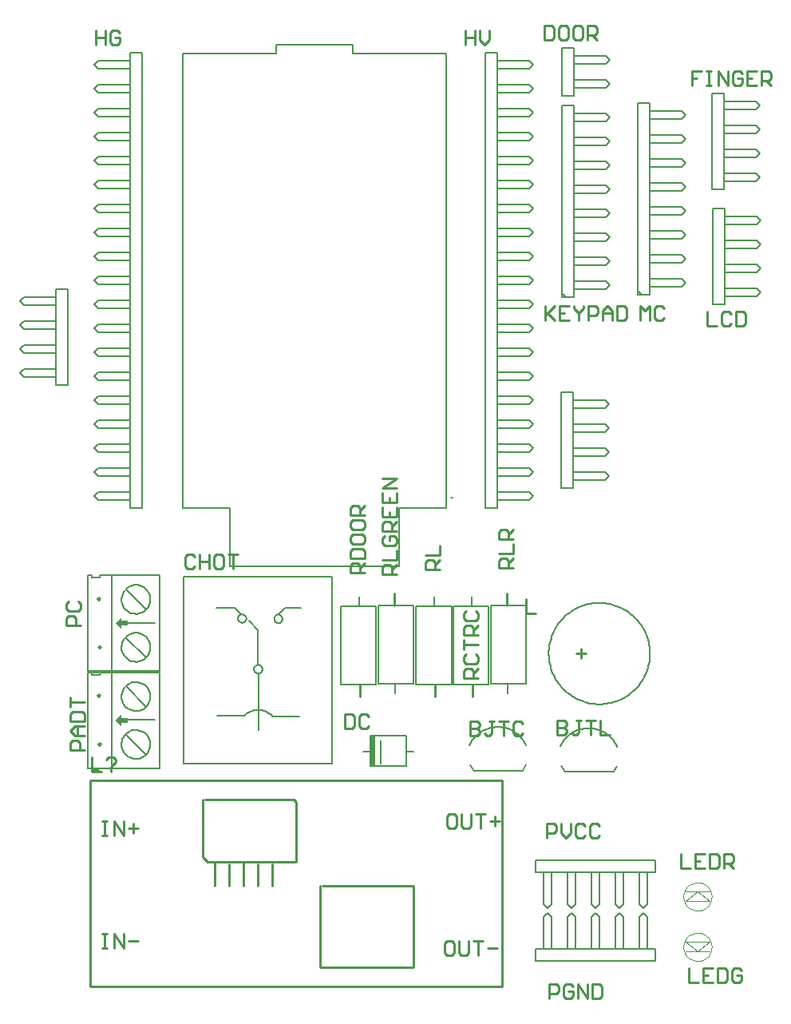
<source format=gto>
G04*
G04 #@! TF.GenerationSoftware,Altium Limited,Altium Designer,21.3.2 (30)*
G04*
G04 Layer_Color=65535*
%FSTAX24Y24*%
%MOIN*%
G70*
G04*
G04 #@! TF.SameCoordinates,F68F6C76-AA82-476B-A51A-8D37A50AFAF4*
G04*
G04*
G04 #@! TF.FilePolarity,Positive*
G04*
G01*
G75*
%ADD10C,0.0079*%
%ADD11C,0.0070*%
%ADD12C,0.0040*%
%ADD13C,0.0080*%
%ADD14C,0.0050*%
%ADD15C,0.0100*%
%ADD16R,0.0200X0.1260*%
G36*
X0025Y01205D02*
X00275Y0118D01*
Y01195D01*
X003D01*
Y01215D01*
X00275D01*
Y0123D01*
X0025Y01205D01*
D02*
G37*
G36*
Y0161D02*
X00275Y01585D01*
Y016D01*
X003D01*
Y0162D01*
X00275D01*
Y01635D01*
X0025Y0161D01*
D02*
G37*
D10*
X016576Y021353D02*
X016497D01*
X016576D01*
X02795Y0294D02*
Y0334D01*
X02745D02*
X02795D01*
X02745Y0294D02*
X02795D01*
Y029733D02*
X029283D01*
X02945Y0299D01*
X029283Y030067D02*
X02945Y0299D01*
X02795Y030067D02*
X029283D01*
X02795Y030733D02*
X029283D01*
X02945Y0309D01*
X029283Y031067D02*
X02945Y0309D01*
X02795Y031067D02*
X029283D01*
X02795Y031733D02*
X029283D01*
X02945Y0319D01*
X029283Y032067D02*
X02945Y0319D01*
X02795Y032067D02*
X029283D01*
X02795Y032733D02*
X029283D01*
X02945Y0329D01*
X029283Y033067D02*
X02945Y0329D01*
X02795Y033067D02*
X029283D01*
X02745Y0294D02*
Y0334D01*
X0036Y0209D02*
Y03915D01*
Y0399D01*
X001767Y021233D02*
X0031D01*
X0016Y0214D02*
X001767Y021233D01*
X0016Y0214D02*
X001767Y021567D01*
X0031D01*
X001767Y022233D02*
X0031D01*
X0016Y0224D02*
X001767Y022233D01*
X0016Y0224D02*
X001767Y022567D01*
X0031D01*
X001767Y023233D02*
X0031D01*
X0016Y0234D02*
X001767Y023233D01*
X0016Y0234D02*
X001767Y023567D01*
X0031D01*
X001767Y024233D02*
X0031D01*
X0016Y0244D02*
X001767Y024233D01*
X0016Y0244D02*
X001767Y024567D01*
X0031D01*
X001767Y025233D02*
X0031D01*
X0016Y0254D02*
X001767Y025233D01*
X0016Y0254D02*
X001767Y025567D01*
X0031D01*
X001767Y026233D02*
X0031D01*
X0016Y0264D02*
X001767Y026233D01*
X0016Y0264D02*
X001767Y026567D01*
X0031D01*
X001767Y027233D02*
X0031D01*
X0016Y0274D02*
X001767Y027233D01*
X0016Y0274D02*
X001767Y027567D01*
X0031D01*
X001767Y028233D02*
X0031D01*
X0016Y0284D02*
X001767Y028233D01*
X0016Y0284D02*
X001767Y028567D01*
X0031D01*
X001767Y029233D02*
X0031D01*
X0016Y0294D02*
X001767Y029233D01*
X0016Y0294D02*
X001767Y029567D01*
X0031D01*
X001767Y030233D02*
X0031D01*
X0016Y0304D02*
X001767Y030233D01*
X0016Y0304D02*
X001767Y030567D01*
X0031D01*
X001767Y031233D02*
X0031D01*
X0016Y0314D02*
X001767Y031233D01*
X0016Y0314D02*
X001767Y031567D01*
X0031D01*
X001767Y032233D02*
X0031D01*
X0016Y0324D02*
X001767Y032233D01*
X0016Y0324D02*
X001767Y032567D01*
X0031D01*
X001767Y033233D02*
X0031D01*
X0016Y0334D02*
X001767Y033233D01*
X0016Y0334D02*
X001767Y033567D01*
X0031D01*
X001767Y034233D02*
X0031D01*
X0016Y0344D02*
X001767Y034233D01*
X0016Y0344D02*
X001767Y034567D01*
X0031D01*
X001767Y035233D02*
X0031D01*
X0016Y0354D02*
X001767Y035233D01*
X0016Y0354D02*
X001767Y035567D01*
X0031D01*
X001767Y036233D02*
X0031D01*
X0016Y0364D02*
X001767Y036233D01*
X0016Y0364D02*
X001767Y036567D01*
X0031D01*
X001767Y037233D02*
X0031D01*
X0016Y0374D02*
X001767Y037233D01*
X0016Y0374D02*
X001767Y037567D01*
X0031D01*
X001767Y038233D02*
X0031D01*
X0016Y0384D02*
X001767Y038233D01*
X0016Y0384D02*
X001767Y038567D01*
X0031D01*
X001767Y039233D02*
X0031D01*
X0016Y0394D02*
X001767Y039233D01*
X0016Y0394D02*
X001767Y039567D01*
X0031D01*
Y0209D02*
X0036D01*
X0031D02*
Y0399D01*
X0036D01*
X0243Y0298D02*
Y0378D01*
Y029967D02*
X024467Y0298D01*
X0248Y037467D02*
X026133D01*
X0263Y0373D01*
X026133Y037133D02*
X0263Y0373D01*
X0248Y037133D02*
X026133D01*
X0248Y036467D02*
X026133D01*
X0263Y0363D01*
X026133Y036133D02*
X0263Y0363D01*
X0248Y036133D02*
X026133D01*
X0248Y035467D02*
X026133D01*
X0263Y0353D01*
X026133Y035133D02*
X0263Y0353D01*
X0248Y035133D02*
X026133D01*
X0248Y034467D02*
X026133D01*
X0263Y0343D01*
X026133Y034133D02*
X0263Y0343D01*
X0248Y034133D02*
X026133D01*
X0248Y033467D02*
X026133D01*
X0263Y0333D01*
X026133Y033133D02*
X0263Y0333D01*
X0248Y033133D02*
X026133D01*
X0248Y032467D02*
X026133D01*
X0263Y0323D01*
X026133Y032133D02*
X0263Y0323D01*
X0248Y032133D02*
X026133D01*
X0248Y031467D02*
X026133D01*
X0263Y0313D01*
X026133Y031133D02*
X0263Y0313D01*
X0248Y031133D02*
X026133D01*
X0248Y030467D02*
X026133D01*
X0263Y0303D01*
X026133Y030133D02*
X0263Y0303D01*
X0248Y030133D02*
X026133D01*
X0243Y0378D02*
X0248D01*
Y0298D02*
Y0378D01*
X0243Y0298D02*
X0248D01*
X02115Y0297D02*
X02165D01*
Y0377D01*
X02115D02*
X02165D01*
Y030033D02*
X022983D01*
X02315Y0302D01*
X022983Y030367D02*
X02315Y0302D01*
X02165Y030367D02*
X022983D01*
X02165Y031033D02*
X022983D01*
X02315Y0312D01*
X022983Y031367D02*
X02315Y0312D01*
X02165Y031367D02*
X022983D01*
X02165Y032033D02*
X022983D01*
X02315Y0322D01*
X022983Y032367D02*
X02315Y0322D01*
X02165Y032367D02*
X022983D01*
X02165Y033033D02*
X022983D01*
X02315Y0332D01*
X022983Y033367D02*
X02315Y0332D01*
X02165Y033367D02*
X022983D01*
X02165Y034033D02*
X022983D01*
X02315Y0342D01*
X022983Y034367D02*
X02315Y0342D01*
X02165Y034367D02*
X022983D01*
X02165Y035033D02*
X022983D01*
X02315Y0352D01*
X022983Y035367D02*
X02315Y0352D01*
X02165Y035367D02*
X022983D01*
X02165Y036033D02*
X022983D01*
X02315Y0362D01*
X022983Y036367D02*
X02315Y0362D01*
X02165Y036367D02*
X022983D01*
X02165Y037033D02*
X022983D01*
X02315Y0372D01*
X022983Y037367D02*
X02315Y0372D01*
X02165Y037367D02*
X022983D01*
X02115Y029867D02*
X021317Y0297D01*
X02115D02*
Y0377D01*
X02005Y002D02*
X02505D01*
X020383Y0025D02*
Y003833D01*
X02055Y004D01*
X020717Y003833D01*
Y0025D02*
Y003833D01*
X021383Y0025D02*
Y003833D01*
X02155Y004D01*
X021717Y003833D01*
Y0025D02*
Y003833D01*
X022383Y0025D02*
Y003833D01*
X02255Y004D01*
X022717Y003833D01*
Y0025D02*
Y003833D01*
X023383Y0025D02*
Y003833D01*
X02355Y004D01*
X023717Y003833D01*
Y0025D02*
Y003833D01*
X024383Y0025D02*
Y003833D01*
X02455Y004D01*
X024717Y003833D01*
Y0025D02*
Y003833D01*
X02505Y002D02*
Y0025D01*
X02005D02*
X02505D01*
X02005Y002D02*
Y0025D01*
Y0062D02*
X02505D01*
X024717Y004367D02*
Y0057D01*
X02455Y0042D02*
X024717Y004367D01*
X024383D02*
X02455Y0042D01*
X024383Y004367D02*
Y0057D01*
X023717Y004367D02*
Y0057D01*
X02355Y0042D02*
X023717Y004367D01*
X023383D02*
X02355Y0042D01*
X023383Y004367D02*
Y0057D01*
X022717Y004367D02*
Y0057D01*
X02255Y0042D02*
X022717Y004367D01*
X022383D02*
X02255Y0042D01*
X022383Y004367D02*
Y0057D01*
X021717Y004367D02*
Y0057D01*
X02155Y0042D02*
X021717Y004367D01*
X021383D02*
X02155Y0042D01*
X021383Y004367D02*
Y0057D01*
X020717Y004367D02*
Y0057D01*
X02055Y0042D02*
X020717Y004367D01*
X020383D02*
X02055Y0042D01*
X020383Y004367D02*
Y0057D01*
X02005D02*
Y0062D01*
Y0057D02*
X02505D01*
Y0062D01*
X01795Y02165D02*
Y0399D01*
Y0209D02*
Y02165D01*
X01845Y039567D02*
X019783D01*
X01995Y0394D01*
X019783Y039233D02*
X01995Y0394D01*
X01845Y039233D02*
X019783D01*
X01845Y038567D02*
X019783D01*
X01995Y0384D01*
X019783Y038233D02*
X01995Y0384D01*
X01845Y038233D02*
X019783D01*
X01845Y037567D02*
X019783D01*
X01995Y0374D01*
X019783Y037233D02*
X01995Y0374D01*
X01845Y037233D02*
X019783D01*
X01845Y036567D02*
X019783D01*
X01995Y0364D01*
X019783Y036233D02*
X01995Y0364D01*
X01845Y036233D02*
X019783D01*
X01845Y035567D02*
X019783D01*
X01995Y0354D01*
X019783Y035233D02*
X01995Y0354D01*
X01845Y035233D02*
X019783D01*
X01845Y034567D02*
X019783D01*
X01995Y0344D01*
X019783Y034233D02*
X01995Y0344D01*
X01845Y034233D02*
X019783D01*
X01845Y033567D02*
X019783D01*
X01995Y0334D01*
X019783Y033233D02*
X01995Y0334D01*
X01845Y033233D02*
X019783D01*
X01845Y032567D02*
X019783D01*
X01995Y0324D01*
X019783Y032233D02*
X01995Y0324D01*
X01845Y032233D02*
X019783D01*
X01845Y031567D02*
X019783D01*
X019783D02*
X01995Y0314D01*
X019783Y031233D02*
X01995Y0314D01*
X01845Y031233D02*
X019783D01*
X01845Y030567D02*
X019783D01*
X01995Y0304D01*
X019783Y030233D02*
X01995Y0304D01*
X01845Y030233D02*
X019783D01*
X01845Y029567D02*
X019783D01*
X01995Y0294D01*
X019783Y029233D02*
X01995Y0294D01*
X01845Y029233D02*
X019783D01*
X01845Y028567D02*
X019783D01*
X01995Y0284D01*
X019783Y028233D02*
X01995Y0284D01*
X01845Y028233D02*
X019783D01*
X01845Y027567D02*
X019783D01*
X01995Y0274D01*
X019783Y027233D02*
X01995Y0274D01*
X01845Y027233D02*
X019783D01*
X01845Y026567D02*
X019783D01*
X01995Y0264D01*
X019783Y026233D02*
X01995Y0264D01*
X01845Y026233D02*
X019783D01*
X01845Y025567D02*
X019783D01*
X01995Y0254D01*
X019783Y025233D02*
X01995Y0254D01*
X01845Y025233D02*
X019783D01*
X01845Y024567D02*
X019783D01*
X01995Y0244D01*
X019783Y024233D02*
X01995Y0244D01*
X01845Y024233D02*
X019783D01*
X01845Y023567D02*
X019783D01*
X01995Y0234D01*
X019783Y023233D02*
X01995Y0234D01*
X01845Y023233D02*
X019783D01*
X01845Y022567D02*
X019783D01*
X01995Y0224D01*
X019783Y022233D02*
X01995Y0224D01*
X01845Y022233D02*
X019783D01*
X01845Y021567D02*
X019783D01*
X01995Y0214D01*
X019783Y021233D02*
X01995Y0214D01*
X01845Y021233D02*
X019783D01*
X01795Y0399D02*
X01845D01*
Y0209D02*
Y0399D01*
X01795Y0209D02*
X01845D01*
X0216Y02175D02*
Y02575D01*
X0211D02*
X0216D01*
X0211Y02175D02*
X0216D01*
Y022083D02*
X022933D01*
X0231Y02225D01*
X022933Y022417D02*
X0231Y02225D01*
X0216Y022417D02*
X022933D01*
X0216Y023083D02*
X022933D01*
X0231Y02325D01*
X022933Y023417D02*
X0231Y02325D01*
X0216Y023417D02*
X022933D01*
X0216Y024083D02*
X022933D01*
X0231Y02425D01*
X022933Y024417D02*
X0231Y02425D01*
X0216Y024417D02*
X022933D01*
X0216Y025083D02*
X022933D01*
X0231Y02525D01*
X022933Y025417D02*
X0231Y02525D01*
X0216Y025417D02*
X022933D01*
X0211Y02175D02*
Y02575D01*
X02165Y0381D02*
Y0401D01*
X02115D02*
X02165D01*
X02115Y0381D02*
X02165D01*
X02115D02*
Y0401D01*
X02165Y038433D02*
X022983D01*
X02315Y0386D01*
X022983Y038767D02*
X02315Y0386D01*
X02165Y038767D02*
X022983D01*
X02165Y039433D02*
X022983D01*
X02315Y0396D01*
X022983Y039767D02*
X02315Y0396D01*
X02165Y039767D02*
X022983D01*
X0274Y0342D02*
Y0382D01*
X0279Y037867D02*
X029233D01*
X0294Y0377D01*
X029233Y037533D02*
X0294Y0377D01*
X0279Y037533D02*
X029233D01*
X0279Y036867D02*
X029233D01*
X0294Y0367D01*
X029233Y036533D02*
X0294Y0367D01*
X0279Y036533D02*
X029233D01*
X0279Y035867D02*
X029233D01*
X0294Y0357D01*
X029233Y035533D02*
X0294Y0357D01*
X0279Y035533D02*
X029233D01*
X0279Y034867D02*
X029233D01*
X0294Y0347D01*
X029233Y034533D02*
X0294Y0347D01*
X0279Y034533D02*
X029233D01*
X0274Y0342D02*
X0279D01*
X0274Y0382D02*
X0279D01*
Y0342D02*
Y0382D01*
X0Y02605D02*
Y03005D01*
Y02605D02*
X0005D01*
X0Y03005D02*
X0005D01*
X-001333Y029717D02*
X0D01*
X-0015Y02955D02*
X-001333Y029717D01*
X-0015Y02955D02*
X-001333Y029383D01*
X0D01*
X-001333Y028717D02*
X0D01*
X-0015Y02855D02*
X-001333Y028717D01*
X-0015Y02855D02*
X-001333Y028383D01*
X0D01*
X-001333Y027717D02*
X0D01*
X-0015Y02755D02*
X-001333Y027717D01*
X-0015Y02755D02*
X-001333Y027383D01*
X0D01*
X-001333Y026717D02*
X0D01*
X-0015Y02655D02*
X-001333Y026717D01*
X-0015Y02655D02*
X-001333Y026383D01*
X0D01*
X0005Y02605D02*
Y03005D01*
D11*
X00904Y01224D02*
X008966Y012306D01*
X008885Y012363D01*
X008798Y01241D01*
X008706Y012446D01*
X00861Y012471D01*
X008512Y012483D01*
X008413Y012484D01*
X008314Y012473D01*
X008218Y01245D01*
X008125Y012416D01*
X008037Y012371D01*
X007955Y012315D01*
X00788Y01225D01*
X008628Y014192D02*
X0086Y014288D01*
X008524Y014354D01*
X008425Y014368D01*
X008333Y014327D01*
X008279Y014242D01*
Y014142D01*
X008333Y014057D01*
X008425Y014016D01*
X008524Y01403D01*
X0086Y014096D01*
X008628Y014192D01*
X007968Y016302D02*
X00794Y016398D01*
X007864Y016464D01*
X007765Y016478D01*
X007673Y016437D01*
X007619Y016352D01*
Y016252D01*
X007673Y016167D01*
X007765Y016126D01*
X007864Y01614D01*
X00794Y016206D01*
X007968Y016302D01*
X009478Y016292D02*
X00945Y016388D01*
X009374Y016454D01*
X009275Y016468D01*
X009183Y016427D01*
X009129Y016342D01*
Y016242D01*
X009183Y016157D01*
X009275Y016116D01*
X009374Y01613D01*
X00945Y016196D01*
X009478Y016292D01*
X002896Y017498D02*
X002836Y017417D01*
X002791Y017327D01*
X002761Y017232D01*
X002747Y017132D01*
X00275Y017032D01*
X00277Y016933D01*
X002805Y01684D01*
X002856Y016753D01*
X00292Y016676D01*
X002996Y016611D01*
X003082Y016559D01*
X003176Y016522D01*
X003274Y016501D01*
X003374Y016497D01*
X003474Y016509D01*
X00357Y016538D01*
X00366Y016582D01*
X003741Y01664D01*
X003812Y016712D01*
X00387Y016793D01*
X003914Y016884D01*
X003942Y01698D01*
X003953Y01708D01*
X003948Y01718D01*
X003927Y017278D01*
X003889Y017371D01*
X003837Y017457D01*
X003771Y017532D01*
X003694Y017596D01*
X003607Y017646D01*
X003513Y017681D01*
X003414Y0177D01*
X003314Y017703D01*
X003215Y017688D01*
X003119Y017658D01*
X00303Y017612D01*
X00295Y017552D01*
X001894Y0151D02*
X00183Y015164D01*
X001766Y0151D01*
X00183Y015036D01*
X001894Y0151D01*
X001884Y01712D02*
X00182Y017184D01*
X001756Y01712D01*
X00182Y017056D01*
X001884Y01712D01*
X002889Y01549D02*
X002831Y015409D01*
X002787Y015319D01*
X002759Y015223D01*
X002747Y015124D01*
X002751Y015024D01*
X002772Y014926D01*
X002809Y014833D01*
X00286Y014747D01*
X002925Y014671D01*
X003002Y014607D01*
X003088Y014556D01*
X003182Y01452D01*
X00328Y0145D01*
X00338Y014497D01*
X003479Y01451D01*
X003575Y01454D01*
X003664Y014584D01*
X003745Y014643D01*
X003815Y014715D01*
X003872Y014797D01*
X003915Y014888D01*
X003942Y014984D01*
X003954Y015083D01*
X003948Y015183D01*
X003926Y015281D01*
X003888Y015374D01*
X003836Y015459D01*
X00377Y015534D01*
X003692Y015597D01*
X003605Y015647D01*
X003511Y015682D01*
X003413Y0157D01*
X003313Y015703D01*
X003214Y015688D01*
X003119Y015658D01*
X00303Y015612D01*
X00295Y015552D01*
X002896Y013448D02*
X002836Y013367D01*
X002791Y013277D01*
X002761Y013182D01*
X002747Y013082D01*
X00275Y012982D01*
X00277Y012883D01*
X002805Y01279D01*
X002856Y012703D01*
X00292Y012626D01*
X002996Y012561D01*
X003082Y012509D01*
X003176Y012472D01*
X003274Y012451D01*
X003374Y012447D01*
X003474Y012459D01*
X00357Y012488D01*
X00366Y012532D01*
X003741Y01259D01*
X003812Y012662D01*
X00387Y012743D01*
X003914Y012834D01*
X003942Y01293D01*
X003953Y01303D01*
X003948Y01313D01*
X003927Y013228D01*
X003889Y013321D01*
X003837Y013407D01*
X003771Y013482D01*
X003694Y013546D01*
X003607Y013596D01*
X003513Y013631D01*
X003414Y01365D01*
X003314Y013653D01*
X003215Y013638D01*
X003119Y013608D01*
X00303Y013562D01*
X00295Y013502D01*
X001894Y01105D02*
X00183Y011114D01*
X001766Y01105D01*
X00183Y010986D01*
X001894Y01105D01*
X001884Y01307D02*
X00182Y013134D01*
X001756Y01307D01*
X00182Y013006D01*
X001884Y01307D01*
X002889Y01144D02*
X002831Y011359D01*
X002787Y011269D01*
X002759Y011173D01*
X002747Y011074D01*
X002751Y010974D01*
X002772Y010876D01*
X002809Y010783D01*
X00286Y010697D01*
X002925Y010621D01*
X003002Y010557D01*
X003088Y010506D01*
X003182Y01047D01*
X00328Y01045D01*
X00338Y010447D01*
X003479Y01046D01*
X003575Y01049D01*
X003664Y010534D01*
X003745Y010593D01*
X003815Y010665D01*
X003872Y010747D01*
X003915Y010838D01*
X003942Y010934D01*
X003954Y011033D01*
X003948Y011133D01*
X003926Y011231D01*
X003888Y011324D01*
X003836Y011409D01*
X00377Y011484D01*
X003692Y011547D01*
X003605Y011597D01*
X003511Y011632D01*
X003413Y01165D01*
X003313Y011653D01*
X003214Y011638D01*
X003119Y011608D01*
X00303Y011562D01*
X00295Y011502D01*
X023449Y01095D02*
X023406Y011039D01*
X023356Y011124D01*
X0233Y011206D01*
X023238Y011282D01*
X023169Y011354D01*
X023096Y011421D01*
X023018Y011482D01*
X022936Y011536D01*
X022849Y011584D01*
X022759Y011626D01*
X022667Y01166D01*
X022571Y011688D01*
X022474Y011708D01*
X022376Y011721D01*
X022278Y011726D01*
X022179Y011723D01*
X02208Y011713D01*
X021983Y011696D01*
X021887Y011671D01*
X021793Y011639D01*
X021702Y0116D01*
X021614Y011554D01*
X02153Y011502D01*
X021451Y011443D01*
X021376Y011379D01*
X021306Y011309D01*
X021241Y011234D01*
X021183Y011154D01*
X02113Y01107D01*
X021085Y010982D01*
X019649Y011D02*
X019606Y011089D01*
X019556Y011174D01*
X0195Y011256D01*
X019438Y011332D01*
X019369Y011404D01*
X019296Y011471D01*
X019218Y011532D01*
X019136Y011586D01*
X019049Y011634D01*
X018959Y011676D01*
X018867Y01171D01*
X018771Y011738D01*
X018674Y011758D01*
X018576Y011771D01*
X018477Y011776D01*
X018379Y011773D01*
X01828Y011763D01*
X018183Y011746D01*
X018087Y011721D01*
X017993Y011689D01*
X017902Y01165D01*
X017814Y011604D01*
X01773Y011552D01*
X017651Y011493D01*
X017576Y011429D01*
X017506Y011359D01*
X017441Y011284D01*
X017383Y011204D01*
X01733Y01112D01*
X017285Y011032D01*
X01315Y01059D02*
Y01075D01*
Y01096D01*
X01356Y01025D02*
Y01122D01*
X01285Y01075D02*
X01315D01*
X01465D02*
X01495D01*
X01315Y01014D02*
Y01075D01*
Y01014D02*
X01465D01*
Y0114D01*
X01315D02*
X01465D01*
X01315Y01075D02*
Y0114D01*
X00673Y01224D02*
X00787D01*
X00905Y01223D02*
X01018D01*
X00806Y01621D02*
X00845Y01582D01*
Y01439D02*
Y01582D01*
X0093Y01647D02*
X00957Y01674D01*
X01023D01*
X00747D02*
X00773Y01648D01*
X00671Y01674D02*
X00747D01*
X00535Y01025D02*
Y01805D01*
X01155Y01025D02*
Y01805D01*
X00535Y01025D02*
X01155D01*
X00535Y01805D02*
X01155D01*
X00846Y01166D02*
Y01399D01*
X00135Y0181D02*
X0015D01*
Y018D02*
Y0181D01*
X00135Y0141D02*
Y0181D01*
X00295D02*
X00414D01*
X00435Y0141D02*
Y0181D01*
X002925Y017525D02*
X00377Y01668D01*
X00263Y01612D02*
X00414D01*
X00155Y01404D02*
X0018D01*
X00135Y0141D02*
X00285D01*
X00153Y018D02*
X00184D01*
Y0181D01*
X00435D01*
X00285Y0141D02*
X00435D01*
X00235D02*
Y0181D01*
X00292Y01553D02*
X00377Y01468D01*
X0119Y01355D02*
X013388D01*
X0119D02*
Y01683D01*
X013388D01*
Y01355D02*
Y01683D01*
X01266D02*
Y01721D01*
X00135Y01405D02*
X0015D01*
Y01395D02*
Y01405D01*
X00135Y01005D02*
Y01405D01*
X00295D02*
X00414D01*
X00435Y01005D02*
Y01405D01*
X002925Y013475D02*
X00377Y01263D01*
X00263Y01207D02*
X00414D01*
X00155Y00999D02*
X0018D01*
X00135Y01005D02*
X00285D01*
X00153Y01395D02*
X00184D01*
Y01405D01*
X00435D01*
X00285Y01005D02*
X00435D01*
X00235D02*
Y01405D01*
X00292Y01148D02*
X00377Y01063D01*
X01505Y01355D02*
X016538D01*
X01505D02*
Y01683D01*
X016538D01*
Y01355D02*
Y01683D01*
X01581D02*
Y01721D01*
X01736Y01683D02*
Y01721D01*
X018088Y01355D02*
Y01683D01*
X0166D02*
X018088D01*
X0166Y01355D02*
Y01683D01*
Y01355D02*
X018088D01*
X013462Y01685D02*
X01495D01*
Y01357D02*
Y01685D01*
X013462Y01357D02*
X01495D01*
X013462D02*
Y01685D01*
X01419Y01319D02*
Y01357D01*
X021097Y010148D02*
X02127Y0099D01*
X0233D02*
X02343Y01016D01*
X02127Y0099D02*
X0233D01*
X017297Y010198D02*
X01747Y00995D01*
X0195D02*
X01963Y01021D01*
X01747Y00995D02*
X0195D01*
X018162Y01685D02*
X01965D01*
Y01357D02*
Y01685D01*
X018162Y01357D02*
X01965D01*
X018162D02*
Y01685D01*
X01889Y01319D02*
Y01357D01*
D12*
X027391Y0026D02*
X027382Y0027D01*
X027357Y002797D01*
X027316Y002888D01*
X027259Y002971D01*
X02719Y003043D01*
X02711Y003103D01*
X02702Y003148D01*
X026924Y003177D01*
X026825Y00319D01*
X026725Y003186D01*
X026627Y003165D01*
X026534Y003127D01*
X026449Y003075D01*
X026374Y003009D01*
X026311Y002931D01*
X026262Y002843D01*
X026228Y002749D01*
X026212Y00265D01*
Y00255D01*
X026228Y002451D01*
X026262Y002357D01*
X026311Y002269D01*
X026374Y002191D01*
X026449Y002125D01*
X026534Y002073D01*
X026627Y002035D01*
X026725Y002014D01*
X026825Y00201D01*
X026924Y002023D01*
X02702Y002052D01*
X02711Y002097D01*
X02719Y002157D01*
X027259Y002229D01*
X027316Y002312D01*
X027357Y002403D01*
X027382Y0025D01*
X027391Y0026D01*
Y0047D02*
X027382Y0048D01*
X027357Y004897D01*
X027316Y004988D01*
X027259Y005071D01*
X02719Y005143D01*
X02711Y005203D01*
X02702Y005248D01*
X026924Y005277D01*
X026825Y00529D01*
X026725Y005286D01*
X026627Y005265D01*
X026534Y005227D01*
X026449Y005175D01*
X026374Y005109D01*
X026311Y005031D01*
X026262Y004943D01*
X026228Y004849D01*
X026212Y00475D01*
Y00465D01*
X026228Y004551D01*
X026262Y004457D01*
X026311Y004369D01*
X026374Y004291D01*
X026449Y004225D01*
X026534Y004173D01*
X026627Y004135D01*
X026725Y004114D01*
X026825Y00411D01*
X026924Y004123D01*
X02702Y004152D01*
X02711Y004197D01*
X02719Y004257D01*
X027259Y004329D01*
X027316Y004412D01*
X027357Y004503D01*
X027382Y0046D01*
X027391Y0047D01*
X0268Y0024D02*
X0273D01*
X0268D02*
X0273Y0028D01*
X0263Y0024D02*
X0268D01*
X0263Y0028D02*
X0268Y0024D01*
X0263Y0028D02*
X0273D01*
X0263Y0049D02*
X0268D01*
X0263Y0045D02*
X0268Y0049D01*
X0273D01*
X0268D02*
X0273Y0045D01*
X0263D02*
X0273D01*
D13*
X024241Y01629D02*
X024171Y016361D01*
X024098Y016428D01*
X024021Y016493D01*
X023942Y016553D01*
X02386Y016609D01*
X023775Y016662D01*
X023688Y016711D01*
X023599Y016755D01*
X023508Y016795D01*
X023415Y016831D01*
X02332Y016862D01*
X023224Y016889D01*
X023127Y016912D01*
X023029Y016929D01*
X02293Y016942D01*
X022831Y016951D01*
X022731Y016955D01*
X022632Y016954D01*
X022532Y016948D01*
X022433Y016938D01*
X022335Y016923D01*
X022237Y016903D01*
X02214Y016879D01*
X022045Y01685D01*
X021951Y016817D01*
X021859Y016779D01*
X021768Y016737D01*
X02168Y016691D01*
X021594Y016641D01*
X02151Y016586D01*
X021429Y016528D01*
X021351Y016466D01*
X021276Y016401D01*
X021204Y016332D01*
X021136Y01626D01*
X02107Y016184D01*
X021009Y016106D01*
X020951Y016025D01*
X020897Y015941D01*
X020848Y015854D01*
X020802Y015766D01*
X02076Y015675D01*
X020723Y015583D01*
X020691Y015488D01*
X020662Y015393D01*
X020639Y015296D01*
X020619Y015198D01*
X020605Y0151D01*
X020595Y015D01*
X02059Y014901D01*
X02059Y014801D01*
X020594Y014702D01*
X020603Y014602D01*
X020616Y014504D01*
X020635Y014406D01*
X020658Y014309D01*
X020685Y014213D01*
X020717Y014119D01*
X020753Y014026D01*
X020794Y013935D01*
X020839Y013846D01*
X020888Y013759D01*
X020941Y013675D01*
X020998Y013593D01*
X021059Y013514D01*
X021123Y013438D01*
X021191Y013365D01*
X021262Y013295D01*
X021337Y013229D01*
X021414Y013167D01*
X021495Y013108D01*
X021578Y013053D01*
X021663Y013002D01*
X021751Y012955D01*
X021841Y012912D01*
X021933Y012874D01*
X022027Y012839D01*
X022122Y01281D01*
X022219Y012785D01*
X022316Y012764D01*
X022415Y012748D01*
X022514Y012737D01*
X022613Y012731D01*
X022713Y012729D01*
X022812Y012732D01*
X022912Y012739D01*
X023011Y012751D01*
X023109Y012768D01*
X023206Y01279D01*
X023302Y012816D01*
X023397Y012846D01*
X023491Y012881D01*
X023582Y012921D01*
X023672Y012964D01*
X023759Y013012D01*
X023844Y013064D01*
X023927Y01312D01*
X024007Y013179D01*
X024084Y013243D01*
X024157Y01331D01*
X024228Y01338D01*
X024295Y013453D01*
X024359Y01353D01*
X024419Y01361D01*
X024475Y013692D01*
X024527Y013777D01*
X024576Y013864D01*
X02462Y013954D01*
X024659Y014045D01*
X024695Y014138D01*
X024726Y014233D01*
X024752Y014329D01*
X024774Y014426D01*
X024791Y014524D01*
X024804Y014623D01*
X024812Y014723D01*
X024815Y014822D01*
X024814Y014922D01*
X024808Y015021D01*
X024797Y01512D01*
X024781Y015219D01*
X024761Y015316D01*
X024737Y015413D01*
X024708Y015508D01*
X024674Y015602D01*
X024636Y015694D01*
X024593Y015784D01*
X024547Y015873D01*
X024496Y015958D01*
X024442Y016042D01*
X024383Y016122D01*
X024321Y0162D01*
X024255Y016275D01*
D14*
X016292Y020908D02*
Y039884D01*
X005308Y020908D02*
Y039884D01*
Y020908D02*
X007257D01*
X014343D02*
X016292D01*
X014343Y018467D02*
Y020908D01*
X007257Y018467D02*
X014343D01*
X007257D02*
Y020908D01*
X012402Y039884D02*
X016292D01*
X012402D02*
Y040239D01*
X009202D02*
X012402D01*
X009202Y039884D02*
Y040239D01*
X005308Y039884D02*
X009202D01*
D15*
X00905Y00515D02*
Y00605D01*
X00845Y00515D02*
Y00605D01*
X00785Y00515D02*
Y00615D01*
X00725Y00515D02*
Y00605D01*
X00665Y00515D02*
Y00615D01*
X00615Y00635D02*
Y00875D01*
Y00635D02*
X00635Y00615D01*
X01005D01*
Y00865D01*
X00995Y00875D02*
X01005Y00865D01*
X00625Y00875D02*
X00995D01*
X01105Y00175D02*
Y00515D01*
Y00175D02*
X01495D01*
Y00515D01*
X01115D02*
X01495D01*
X00145Y00095D02*
X01865D01*
Y00955D01*
X00145D02*
X01865D01*
X00145Y00095D02*
Y00955D01*
X0127Y01305D02*
Y01355D01*
X01585Y01305D02*
Y01355D01*
X0174Y01305D02*
Y01355D01*
X01415Y01685D02*
Y01735D01*
X01885Y01685D02*
Y01735D01*
X01655Y00285D02*
X01635D01*
X01625Y00275D01*
Y00235D01*
X01635Y00225D01*
X01655D01*
X01665Y00235D01*
Y00275D01*
X01655Y00285D01*
X01685D02*
Y00235D01*
X01695Y00225D01*
X01715D01*
X01725Y00235D01*
Y00285D01*
X01745D02*
X017849D01*
X01765D01*
Y00225D01*
X018049Y00255D02*
X018449D01*
X01665Y00815D02*
X01645D01*
X01635Y00805D01*
Y00765D01*
X01645Y00755D01*
X01665D01*
X01675Y00765D01*
Y00805D01*
X01665Y00815D01*
X01695D02*
Y00765D01*
X01705Y00755D01*
X01725D01*
X01735Y00765D01*
Y00815D01*
X01755D02*
X017949D01*
X01775D01*
Y00755D01*
X018149Y00785D02*
X018549D01*
X018349Y00805D02*
Y00765D01*
X00195Y00315D02*
X00215D01*
X00205D01*
Y00255D01*
X00195D01*
X00215D01*
X00245D02*
Y00315D01*
X00285Y00255D01*
Y00315D01*
X00305Y00285D02*
X00345D01*
X00195Y00785D02*
X00215D01*
X00205D01*
Y00725D01*
X00195D01*
X00215D01*
X00245D02*
Y00785D01*
X00285Y00725D01*
Y00785D01*
X00305Y00755D02*
X00345D01*
X00325Y00775D02*
Y00735D01*
X021755Y014865D02*
X022155D01*
X021955Y015065D02*
Y014665D01*
X0015Y0105D02*
Y0099D01*
X0019D01*
X0021Y0104D02*
X0022Y0105D01*
X0024D01*
X0025Y0104D01*
Y0103D01*
X0023Y0101D01*
Y01D02*
Y0099D01*
X01963Y01711D02*
Y01651D01*
X02003D01*
X01711Y04084D02*
Y04024D01*
Y04054D01*
X01751D01*
Y04084D01*
Y04024D01*
X01771Y04084D02*
Y04044D01*
X01791Y04024D01*
X01811Y04044D01*
Y04084D01*
X0205Y00715D02*
Y00775D01*
X0208D01*
X0209Y00765D01*
Y00745D01*
X0208Y00735D01*
X0205D01*
X0211Y00775D02*
Y00735D01*
X0213Y00715D01*
X0215Y00735D01*
Y00775D01*
X0221Y00765D02*
X022Y00775D01*
X0218D01*
X0217Y00765D01*
Y00725D01*
X0218Y00715D01*
X022D01*
X0221Y00725D01*
X0227Y00765D02*
X0226Y00775D01*
X0224D01*
X0223Y00765D01*
Y00725D01*
X0224Y00715D01*
X0226D01*
X0227Y00725D01*
X0206Y00045D02*
Y00105D01*
X0209D01*
X021Y00095D01*
Y00075D01*
X0209Y00065D01*
X0206D01*
X0216Y00095D02*
X0215Y00105D01*
X0213D01*
X0212Y00095D01*
Y00055D01*
X0213Y00045D01*
X0215D01*
X0216Y00055D01*
Y00075D01*
X0214D01*
X0218Y00045D02*
Y00105D01*
X0222Y00045D01*
Y00105D01*
X0224D02*
Y00045D01*
X0227D01*
X0228Y00055D01*
Y00095D01*
X0227Y00105D01*
X0224D01*
X0244Y02875D02*
Y02935D01*
X0246Y02915D01*
X0248Y02935D01*
Y02875D01*
X0254Y02925D02*
X0253Y02935D01*
X0251D01*
X025Y02925D01*
Y02885D01*
X0251Y02875D01*
X0253D01*
X0254Y02885D01*
X01605Y01835D02*
X01545D01*
Y01865D01*
X01555Y01875D01*
X01575D01*
X01585Y01865D01*
Y01835D01*
Y01855D02*
X01605Y01875D01*
X01545Y01895D02*
X01605D01*
Y01935D01*
X01425Y018151D02*
X01365D01*
Y018451D01*
X01375Y018551D01*
X01395D01*
X01405Y018451D01*
Y018151D01*
Y018351D02*
X01425Y018551D01*
X01365Y01875D02*
X01425D01*
Y01915D01*
X01375Y01975D02*
X01365Y01965D01*
Y01945D01*
X01375Y01935D01*
X01415D01*
X01425Y01945D01*
Y01965D01*
X01415Y01975D01*
X01395D01*
Y01955D01*
X01425Y01995D02*
X01365D01*
Y02025D01*
X01375Y02035D01*
X01395D01*
X01405Y02025D01*
Y01995D01*
Y02015D02*
X01425Y02035D01*
X01365Y02095D02*
Y02055D01*
X01425D01*
Y02095D01*
X01395Y02055D02*
Y02075D01*
X01365Y02155D02*
Y02115D01*
X01425D01*
Y02155D01*
X01395Y02115D02*
Y02135D01*
X01425Y021749D02*
X01365D01*
X01425Y022149D01*
X01365D01*
X0191Y0184D02*
X0185D01*
Y0187D01*
X0186Y0188D01*
X0188D01*
X0189Y0187D01*
Y0184D01*
Y0186D02*
X0191Y0188D01*
X0185Y019D02*
X0191D01*
Y0194D01*
Y0196D02*
X0185D01*
Y0199D01*
X0186Y02D01*
X0188D01*
X0189Y0199D01*
Y0196D01*
Y0198D02*
X0191Y02D01*
X0129Y0182D02*
X0123D01*
Y0185D01*
X0124Y0186D01*
X0126D01*
X0127Y0185D01*
Y0182D01*
Y0184D02*
X0129Y0186D01*
X0123Y0188D02*
X0129D01*
Y0191D01*
X0128Y0192D01*
X0124D01*
X0123Y0191D01*
Y0188D01*
Y0197D02*
Y0195D01*
X0124Y0194D01*
X0128D01*
X0129Y0195D01*
Y0197D01*
X0128Y0198D01*
X0124D01*
X0123Y0197D01*
Y0203D02*
Y0201D01*
X0124Y02D01*
X0128D01*
X0129Y0201D01*
Y0203D01*
X0128Y0204D01*
X0124D01*
X0123Y0203D01*
X0129Y0206D02*
X0123D01*
Y0209D01*
X0124Y021D01*
X0126D01*
X0127Y0209D01*
Y0206D01*
Y0208D02*
X0129Y021D01*
X01765Y0138D02*
X01705D01*
Y0141D01*
X01715Y0142D01*
X01735D01*
X01745Y0141D01*
Y0138D01*
Y014D02*
X01765Y0142D01*
X01715Y0148D02*
X01705Y0147D01*
Y0145D01*
X01715Y0144D01*
X01755D01*
X01765Y0145D01*
Y0147D01*
X01755Y0148D01*
X01705Y015D02*
Y0154D01*
Y0152D01*
X01765D01*
Y0156D02*
X01705D01*
Y0159D01*
X01715Y016D01*
X01735D01*
X01745Y0159D01*
Y0156D01*
Y0158D02*
X01765Y016D01*
X01715Y0166D02*
X01705Y0165D01*
Y0163D01*
X01715Y0162D01*
X01755D01*
X01765Y0163D01*
Y0165D01*
X01755Y0166D01*
X00105Y016D02*
X00045D01*
Y0163D01*
X00055Y0164D01*
X00075D01*
X00085Y0163D01*
Y016D01*
X00055Y017D02*
X00045Y0169D01*
Y0167D01*
X00055Y0166D01*
X00095D01*
X00105Y0167D01*
Y0169D01*
X00095Y017D01*
X0012Y0108D02*
X0006D01*
Y0111D01*
X0007Y0112D01*
X0009D01*
X001Y0111D01*
Y0108D01*
X0012Y0114D02*
X0008D01*
X0006Y0116D01*
X0008Y0118D01*
X0012D01*
X0009D01*
Y0114D01*
X0006Y012D02*
X0012D01*
Y0123D01*
X0011Y0124D01*
X0007D01*
X0006Y0123D01*
Y012D01*
Y0126D02*
Y013D01*
Y0128D01*
X0012D01*
X0261Y00647D02*
Y00587D01*
X0265D01*
X0271Y00647D02*
X0267D01*
Y00587D01*
X0271D01*
X0267Y00617D02*
X0269D01*
X0273Y00647D02*
Y00587D01*
X0276D01*
X027699Y00597D01*
Y00637D01*
X0276Y00647D01*
X0273D01*
X027899Y00587D02*
Y00647D01*
X028199D01*
X028299Y00637D01*
Y00617D01*
X028199Y00607D01*
X027899D01*
X028099D02*
X028299Y00587D01*
X02645Y0017D02*
Y0011D01*
X02685D01*
X02745Y0017D02*
X02705D01*
Y0011D01*
X02745D01*
X02705Y0014D02*
X02725D01*
X02765Y0017D02*
Y0011D01*
X02795D01*
X02805Y0012D01*
Y0016D01*
X02795Y0017D01*
X02765D01*
X02865Y0016D02*
X02855Y0017D01*
X02835D01*
X02825Y0016D01*
Y0012D01*
X02835Y0011D01*
X02855D01*
X02865Y0012D01*
Y0014D01*
X02845D01*
X0272Y0291D02*
Y0285D01*
X0276D01*
X0282Y029D02*
X0281Y0291D01*
X0279D01*
X0278Y029D01*
Y0286D01*
X0279Y0285D01*
X0281D01*
X0282Y0286D01*
X0284Y0291D02*
Y0285D01*
X0287D01*
X0288Y0286D01*
Y029D01*
X0287Y0291D01*
X0284D01*
X020451Y02935D02*
Y02875D01*
Y02895D01*
X02085Y02935D01*
X020551Y02905D01*
X02085Y02875D01*
X02145Y02935D02*
X02105D01*
Y02875D01*
X02145D01*
X02105Y02905D02*
X02125D01*
X02165Y02935D02*
Y02925D01*
X02185Y02905D01*
X02205Y02925D01*
Y02935D01*
X02185Y02905D02*
Y02875D01*
X02225D02*
Y02935D01*
X02255D01*
X02265Y02925D01*
Y02905D01*
X02255Y02895D01*
X02225D01*
X02285Y02875D02*
Y02915D01*
X02305Y02935D01*
X02325Y02915D01*
Y02875D01*
Y02905D01*
X02285D01*
X02345Y02935D02*
Y02875D01*
X023749D01*
X023849Y02885D01*
Y02925D01*
X023749Y02935D01*
X02345D01*
X00166Y04084D02*
Y04024D01*
Y04054D01*
X00206D01*
Y04084D01*
Y04024D01*
X00266Y04074D02*
X00256Y04084D01*
X00236D01*
X00226Y04074D01*
Y04034D01*
X00236Y04024D01*
X00256D01*
X00266Y04034D01*
Y04054D01*
X00246D01*
X02698Y03914D02*
X02658D01*
Y03884D01*
X02678D01*
X02658D01*
Y03854D01*
X02718Y03914D02*
X02738D01*
X02728D01*
Y03854D01*
X02718D01*
X02738D01*
X02768D02*
Y03914D01*
X02808Y03854D01*
Y03914D01*
X028679Y03904D02*
X028579Y03914D01*
X028379D01*
X028279Y03904D01*
Y03864D01*
X028379Y03854D01*
X028579D01*
X028679Y03864D01*
Y03884D01*
X028479D01*
X029279Y03914D02*
X028879D01*
Y03854D01*
X029279D01*
X028879Y03884D02*
X029079D01*
X029479Y03854D02*
Y03914D01*
X029779D01*
X029879Y03904D01*
Y03884D01*
X029779Y03874D01*
X029479D01*
X029679D02*
X029879Y03854D01*
X02041Y04104D02*
Y04044D01*
X02071D01*
X02081Y04054D01*
Y04094D01*
X02071Y04104D01*
X02041D01*
X02131D02*
X02111D01*
X02101Y04094D01*
Y04054D01*
X02111Y04044D01*
X02131D01*
X02141Y04054D01*
Y04094D01*
X02131Y04104D01*
X02191D02*
X02171D01*
X02161Y04094D01*
Y04054D01*
X02171Y04044D01*
X02191D01*
X022009Y04054D01*
Y04094D01*
X02191Y04104D01*
X022209Y04044D02*
Y04104D01*
X022509D01*
X022609Y04094D01*
Y04074D01*
X022509Y04064D01*
X022209D01*
X022409D02*
X022609Y04044D01*
X01206Y01233D02*
Y01173D01*
X01236D01*
X01246Y01183D01*
Y01223D01*
X01236Y01233D01*
X01206D01*
X01306Y01223D02*
X01296Y01233D01*
X01276D01*
X01266Y01223D01*
Y01183D01*
X01276Y01173D01*
X01296D01*
X01306Y01183D01*
X00582Y01889D02*
X00572Y01899D01*
X00552D01*
X00542Y01889D01*
Y01849D01*
X00552Y01839D01*
X00572D01*
X00582Y01849D01*
X00602Y01899D02*
Y01839D01*
Y01869D01*
X00642D01*
Y01899D01*
Y01839D01*
X00692Y01899D02*
X00672D01*
X00662Y01889D01*
Y01849D01*
X00672Y01839D01*
X00692D01*
X007019Y01849D01*
Y01889D01*
X00692Y01899D01*
X007219D02*
X007619D01*
X007419D01*
Y01839D01*
X02095Y01205D02*
Y01145D01*
X02125D01*
X02135Y01155D01*
Y01165D01*
X02125Y01175D01*
X02095D01*
X02125D01*
X02135Y01185D01*
Y01195D01*
X02125Y01205D01*
X02095D01*
X02195D02*
X02175D01*
X02185D01*
Y01155D01*
X02175Y01145D01*
X02165D01*
X02155Y01155D01*
X02215Y01205D02*
X02255D01*
X02235D01*
Y01145D01*
X02275Y01205D02*
Y01145D01*
X02315D01*
X0173Y012D02*
Y0114D01*
X0176D01*
X0177Y0115D01*
Y0116D01*
X0176Y0117D01*
X0173D01*
X0176D01*
X0177Y0118D01*
Y0119D01*
X0176Y012D01*
X0173D01*
X0183D02*
X0181D01*
X0182D01*
Y0115D01*
X0181Y0114D01*
X018D01*
X0179Y0115D01*
X0185Y012D02*
X0189D01*
X0187D01*
Y0114D01*
X0195Y0119D02*
X0194Y012D01*
X0192D01*
X0191Y0119D01*
Y0115D01*
X0192Y0114D01*
X0194D01*
X0195Y0115D01*
D16*
X01325Y01077D02*
D03*
M02*

</source>
